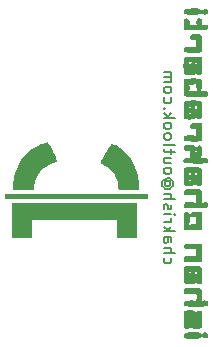
<source format=gbo>
%TF.GenerationSoftware,KiCad,Pcbnew,9.0.6*%
%TF.CreationDate,2025-12-14T17:15:15-06:00*%
%TF.ProjectId,PCB,5043422e-6b69-4636-9164-5f7063625858,rev?*%
%TF.SameCoordinates,Original*%
%TF.FileFunction,Legend,Bot*%
%TF.FilePolarity,Positive*%
%FSLAX46Y46*%
G04 Gerber Fmt 4.6, Leading zero omitted, Abs format (unit mm)*
G04 Created by KiCad (PCBNEW 9.0.6) date 2025-12-14 17:15:15*
%MOMM*%
%LPD*%
G01*
G04 APERTURE LIST*
%ADD10C,0.200000*%
%ADD11C,0.000000*%
G04 APERTURE END LIST*
D10*
X131610400Y-102941755D02*
X131562780Y-103036993D01*
X131562780Y-103036993D02*
X131562780Y-103227469D01*
X131562780Y-103227469D02*
X131610400Y-103322707D01*
X131610400Y-103322707D02*
X131658019Y-103370326D01*
X131658019Y-103370326D02*
X131753257Y-103417945D01*
X131753257Y-103417945D02*
X132038971Y-103417945D01*
X132038971Y-103417945D02*
X132134209Y-103370326D01*
X132134209Y-103370326D02*
X132181828Y-103322707D01*
X132181828Y-103322707D02*
X132229447Y-103227469D01*
X132229447Y-103227469D02*
X132229447Y-103036993D01*
X132229447Y-103036993D02*
X132181828Y-102941755D01*
X131562780Y-102513183D02*
X132562780Y-102513183D01*
X131562780Y-102084612D02*
X132086590Y-102084612D01*
X132086590Y-102084612D02*
X132181828Y-102132231D01*
X132181828Y-102132231D02*
X132229447Y-102227469D01*
X132229447Y-102227469D02*
X132229447Y-102370326D01*
X132229447Y-102370326D02*
X132181828Y-102465564D01*
X132181828Y-102465564D02*
X132134209Y-102513183D01*
X131562780Y-101179850D02*
X132086590Y-101179850D01*
X132086590Y-101179850D02*
X132181828Y-101227469D01*
X132181828Y-101227469D02*
X132229447Y-101322707D01*
X132229447Y-101322707D02*
X132229447Y-101513183D01*
X132229447Y-101513183D02*
X132181828Y-101608421D01*
X131610400Y-101179850D02*
X131562780Y-101275088D01*
X131562780Y-101275088D02*
X131562780Y-101513183D01*
X131562780Y-101513183D02*
X131610400Y-101608421D01*
X131610400Y-101608421D02*
X131705638Y-101656040D01*
X131705638Y-101656040D02*
X131800876Y-101656040D01*
X131800876Y-101656040D02*
X131896114Y-101608421D01*
X131896114Y-101608421D02*
X131943733Y-101513183D01*
X131943733Y-101513183D02*
X131943733Y-101275088D01*
X131943733Y-101275088D02*
X131991352Y-101179850D01*
X131562780Y-100703659D02*
X132562780Y-100703659D01*
X131943733Y-100608421D02*
X131562780Y-100322707D01*
X132229447Y-100322707D02*
X131848495Y-100703659D01*
X131562780Y-99894135D02*
X132229447Y-99894135D01*
X132038971Y-99894135D02*
X132134209Y-99846516D01*
X132134209Y-99846516D02*
X132181828Y-99798897D01*
X132181828Y-99798897D02*
X132229447Y-99703659D01*
X132229447Y-99703659D02*
X132229447Y-99608421D01*
X131562780Y-99275087D02*
X132229447Y-99275087D01*
X132562780Y-99275087D02*
X132515161Y-99322706D01*
X132515161Y-99322706D02*
X132467542Y-99275087D01*
X132467542Y-99275087D02*
X132515161Y-99227468D01*
X132515161Y-99227468D02*
X132562780Y-99275087D01*
X132562780Y-99275087D02*
X132467542Y-99275087D01*
X131610400Y-98846516D02*
X131562780Y-98751278D01*
X131562780Y-98751278D02*
X131562780Y-98560802D01*
X131562780Y-98560802D02*
X131610400Y-98465564D01*
X131610400Y-98465564D02*
X131705638Y-98417945D01*
X131705638Y-98417945D02*
X131753257Y-98417945D01*
X131753257Y-98417945D02*
X131848495Y-98465564D01*
X131848495Y-98465564D02*
X131896114Y-98560802D01*
X131896114Y-98560802D02*
X131896114Y-98703659D01*
X131896114Y-98703659D02*
X131943733Y-98798897D01*
X131943733Y-98798897D02*
X132038971Y-98846516D01*
X132038971Y-98846516D02*
X132086590Y-98846516D01*
X132086590Y-98846516D02*
X132181828Y-98798897D01*
X132181828Y-98798897D02*
X132229447Y-98703659D01*
X132229447Y-98703659D02*
X132229447Y-98560802D01*
X132229447Y-98560802D02*
X132181828Y-98465564D01*
X131562780Y-97989373D02*
X132562780Y-97989373D01*
X131562780Y-97560802D02*
X132086590Y-97560802D01*
X132086590Y-97560802D02*
X132181828Y-97608421D01*
X132181828Y-97608421D02*
X132229447Y-97703659D01*
X132229447Y-97703659D02*
X132229447Y-97846516D01*
X132229447Y-97846516D02*
X132181828Y-97941754D01*
X132181828Y-97941754D02*
X132134209Y-97989373D01*
X132038971Y-96465564D02*
X132086590Y-96513183D01*
X132086590Y-96513183D02*
X132134209Y-96608421D01*
X132134209Y-96608421D02*
X132134209Y-96703659D01*
X132134209Y-96703659D02*
X132086590Y-96798897D01*
X132086590Y-96798897D02*
X132038971Y-96846516D01*
X132038971Y-96846516D02*
X131943733Y-96894135D01*
X131943733Y-96894135D02*
X131848495Y-96894135D01*
X131848495Y-96894135D02*
X131753257Y-96846516D01*
X131753257Y-96846516D02*
X131705638Y-96798897D01*
X131705638Y-96798897D02*
X131658019Y-96703659D01*
X131658019Y-96703659D02*
X131658019Y-96608421D01*
X131658019Y-96608421D02*
X131705638Y-96513183D01*
X131705638Y-96513183D02*
X131753257Y-96465564D01*
X132134209Y-96465564D02*
X131753257Y-96465564D01*
X131753257Y-96465564D02*
X131705638Y-96417945D01*
X131705638Y-96417945D02*
X131705638Y-96370326D01*
X131705638Y-96370326D02*
X131753257Y-96275087D01*
X131753257Y-96275087D02*
X131848495Y-96227468D01*
X131848495Y-96227468D02*
X132086590Y-96227468D01*
X132086590Y-96227468D02*
X132229447Y-96322707D01*
X132229447Y-96322707D02*
X132324685Y-96465564D01*
X132324685Y-96465564D02*
X132372304Y-96656040D01*
X132372304Y-96656040D02*
X132324685Y-96846516D01*
X132324685Y-96846516D02*
X132229447Y-96989373D01*
X132229447Y-96989373D02*
X132086590Y-97084611D01*
X132086590Y-97084611D02*
X131896114Y-97132230D01*
X131896114Y-97132230D02*
X131705638Y-97084611D01*
X131705638Y-97084611D02*
X131562780Y-96989373D01*
X131562780Y-96989373D02*
X131467542Y-96846516D01*
X131467542Y-96846516D02*
X131419923Y-96656040D01*
X131419923Y-96656040D02*
X131467542Y-96465564D01*
X131467542Y-96465564D02*
X131562780Y-96322707D01*
X131562780Y-95656040D02*
X131610400Y-95751278D01*
X131610400Y-95751278D02*
X131658019Y-95798897D01*
X131658019Y-95798897D02*
X131753257Y-95846516D01*
X131753257Y-95846516D02*
X132038971Y-95846516D01*
X132038971Y-95846516D02*
X132134209Y-95798897D01*
X132134209Y-95798897D02*
X132181828Y-95751278D01*
X132181828Y-95751278D02*
X132229447Y-95656040D01*
X132229447Y-95656040D02*
X132229447Y-95513183D01*
X132229447Y-95513183D02*
X132181828Y-95417945D01*
X132181828Y-95417945D02*
X132134209Y-95370326D01*
X132134209Y-95370326D02*
X132038971Y-95322707D01*
X132038971Y-95322707D02*
X131753257Y-95322707D01*
X131753257Y-95322707D02*
X131658019Y-95370326D01*
X131658019Y-95370326D02*
X131610400Y-95417945D01*
X131610400Y-95417945D02*
X131562780Y-95513183D01*
X131562780Y-95513183D02*
X131562780Y-95656040D01*
X132229447Y-94465564D02*
X131562780Y-94465564D01*
X132229447Y-94894135D02*
X131705638Y-94894135D01*
X131705638Y-94894135D02*
X131610400Y-94846516D01*
X131610400Y-94846516D02*
X131562780Y-94751278D01*
X131562780Y-94751278D02*
X131562780Y-94608421D01*
X131562780Y-94608421D02*
X131610400Y-94513183D01*
X131610400Y-94513183D02*
X131658019Y-94465564D01*
X132229447Y-94132230D02*
X132229447Y-93751278D01*
X132562780Y-93989373D02*
X131705638Y-93989373D01*
X131705638Y-93989373D02*
X131610400Y-93941754D01*
X131610400Y-93941754D02*
X131562780Y-93846516D01*
X131562780Y-93846516D02*
X131562780Y-93751278D01*
X131562780Y-93275087D02*
X131610400Y-93370325D01*
X131610400Y-93370325D02*
X131705638Y-93417944D01*
X131705638Y-93417944D02*
X132562780Y-93417944D01*
X131562780Y-92751277D02*
X131610400Y-92846515D01*
X131610400Y-92846515D02*
X131658019Y-92894134D01*
X131658019Y-92894134D02*
X131753257Y-92941753D01*
X131753257Y-92941753D02*
X132038971Y-92941753D01*
X132038971Y-92941753D02*
X132134209Y-92894134D01*
X132134209Y-92894134D02*
X132181828Y-92846515D01*
X132181828Y-92846515D02*
X132229447Y-92751277D01*
X132229447Y-92751277D02*
X132229447Y-92608420D01*
X132229447Y-92608420D02*
X132181828Y-92513182D01*
X132181828Y-92513182D02*
X132134209Y-92465563D01*
X132134209Y-92465563D02*
X132038971Y-92417944D01*
X132038971Y-92417944D02*
X131753257Y-92417944D01*
X131753257Y-92417944D02*
X131658019Y-92465563D01*
X131658019Y-92465563D02*
X131610400Y-92513182D01*
X131610400Y-92513182D02*
X131562780Y-92608420D01*
X131562780Y-92608420D02*
X131562780Y-92751277D01*
X131562780Y-91846515D02*
X131610400Y-91941753D01*
X131610400Y-91941753D02*
X131658019Y-91989372D01*
X131658019Y-91989372D02*
X131753257Y-92036991D01*
X131753257Y-92036991D02*
X132038971Y-92036991D01*
X132038971Y-92036991D02*
X132134209Y-91989372D01*
X132134209Y-91989372D02*
X132181828Y-91941753D01*
X132181828Y-91941753D02*
X132229447Y-91846515D01*
X132229447Y-91846515D02*
X132229447Y-91703658D01*
X132229447Y-91703658D02*
X132181828Y-91608420D01*
X132181828Y-91608420D02*
X132134209Y-91560801D01*
X132134209Y-91560801D02*
X132038971Y-91513182D01*
X132038971Y-91513182D02*
X131753257Y-91513182D01*
X131753257Y-91513182D02*
X131658019Y-91560801D01*
X131658019Y-91560801D02*
X131610400Y-91608420D01*
X131610400Y-91608420D02*
X131562780Y-91703658D01*
X131562780Y-91703658D02*
X131562780Y-91846515D01*
X131562780Y-91084610D02*
X132562780Y-91084610D01*
X131943733Y-90989372D02*
X131562780Y-90703658D01*
X132229447Y-90703658D02*
X131848495Y-91084610D01*
X131658019Y-90275086D02*
X131610400Y-90227467D01*
X131610400Y-90227467D02*
X131562780Y-90275086D01*
X131562780Y-90275086D02*
X131610400Y-90322705D01*
X131610400Y-90322705D02*
X131658019Y-90275086D01*
X131658019Y-90275086D02*
X131562780Y-90275086D01*
X131610400Y-89370325D02*
X131562780Y-89465563D01*
X131562780Y-89465563D02*
X131562780Y-89656039D01*
X131562780Y-89656039D02*
X131610400Y-89751277D01*
X131610400Y-89751277D02*
X131658019Y-89798896D01*
X131658019Y-89798896D02*
X131753257Y-89846515D01*
X131753257Y-89846515D02*
X132038971Y-89846515D01*
X132038971Y-89846515D02*
X132134209Y-89798896D01*
X132134209Y-89798896D02*
X132181828Y-89751277D01*
X132181828Y-89751277D02*
X132229447Y-89656039D01*
X132229447Y-89656039D02*
X132229447Y-89465563D01*
X132229447Y-89465563D02*
X132181828Y-89370325D01*
X131562780Y-88798896D02*
X131610400Y-88894134D01*
X131610400Y-88894134D02*
X131658019Y-88941753D01*
X131658019Y-88941753D02*
X131753257Y-88989372D01*
X131753257Y-88989372D02*
X132038971Y-88989372D01*
X132038971Y-88989372D02*
X132134209Y-88941753D01*
X132134209Y-88941753D02*
X132181828Y-88894134D01*
X132181828Y-88894134D02*
X132229447Y-88798896D01*
X132229447Y-88798896D02*
X132229447Y-88656039D01*
X132229447Y-88656039D02*
X132181828Y-88560801D01*
X132181828Y-88560801D02*
X132134209Y-88513182D01*
X132134209Y-88513182D02*
X132038971Y-88465563D01*
X132038971Y-88465563D02*
X131753257Y-88465563D01*
X131753257Y-88465563D02*
X131658019Y-88513182D01*
X131658019Y-88513182D02*
X131610400Y-88560801D01*
X131610400Y-88560801D02*
X131562780Y-88656039D01*
X131562780Y-88656039D02*
X131562780Y-88798896D01*
X131562780Y-88036991D02*
X132229447Y-88036991D01*
X132134209Y-88036991D02*
X132181828Y-87989372D01*
X132181828Y-87989372D02*
X132229447Y-87894134D01*
X132229447Y-87894134D02*
X132229447Y-87751277D01*
X132229447Y-87751277D02*
X132181828Y-87656039D01*
X132181828Y-87656039D02*
X132086590Y-87608420D01*
X132086590Y-87608420D02*
X131562780Y-87608420D01*
X132086590Y-87608420D02*
X132181828Y-87560801D01*
X132181828Y-87560801D02*
X132229447Y-87465563D01*
X132229447Y-87465563D02*
X132229447Y-87322706D01*
X132229447Y-87322706D02*
X132181828Y-87227467D01*
X132181828Y-87227467D02*
X132086590Y-87179848D01*
X132086590Y-87179848D02*
X131562780Y-87179848D01*
D11*
%TO.C,G\u002A\u002A\u002A*%
G36*
X134475252Y-81823659D02*
G01*
X134598242Y-81841081D01*
X134680185Y-81876149D01*
X134747178Y-81932507D01*
X134752070Y-81937355D01*
X134837352Y-82004908D01*
X134872586Y-81999980D01*
X134897671Y-81951222D01*
X134992680Y-81877773D01*
X135027814Y-81862127D01*
X135180972Y-81856593D01*
X135303096Y-81936202D01*
X135352964Y-82078042D01*
X135352897Y-82085008D01*
X135306679Y-82244541D01*
X135198359Y-82339081D01*
X135062589Y-82352771D01*
X134934022Y-82269754D01*
X134917060Y-82250024D01*
X134851725Y-82211888D01*
X134772262Y-82269754D01*
X134737522Y-82290332D01*
X134592024Y-82325410D01*
X134374538Y-82349193D01*
X134116953Y-82361321D01*
X133851155Y-82361435D01*
X133609033Y-82349175D01*
X133422474Y-82324181D01*
X133323366Y-82286094D01*
X133302464Y-82262125D01*
X133254998Y-82109826D01*
X133309995Y-81937820D01*
X133364424Y-81895544D01*
X133485194Y-81863533D01*
X133688990Y-81841821D01*
X133994306Y-81827424D01*
X134001736Y-81827184D01*
X134285115Y-81820241D01*
X134475252Y-81823659D01*
G37*
G36*
X134328837Y-109261415D02*
G01*
X134525100Y-109270312D01*
X134647482Y-109289795D01*
X134719340Y-109323631D01*
X134764029Y-109375589D01*
X134805976Y-109438892D01*
X134852371Y-109456764D01*
X134918061Y-109375589D01*
X134937560Y-109350376D01*
X135067517Y-109267240D01*
X135203085Y-109279710D01*
X135309741Y-109374779D01*
X135352964Y-109539443D01*
X135350070Y-109576227D01*
X135280015Y-109705837D01*
X135147145Y-109767970D01*
X134992680Y-109739711D01*
X134919438Y-109688412D01*
X134872586Y-109617504D01*
X134872584Y-109617171D01*
X134837078Y-109611985D01*
X134752491Y-109679664D01*
X134712369Y-109715180D01*
X134629975Y-109758892D01*
X134507602Y-109784577D01*
X134318573Y-109796709D01*
X134036213Y-109799759D01*
X133759242Y-109795870D01*
X133551900Y-109780898D01*
X133421495Y-109751759D01*
X133345669Y-109705399D01*
X133291601Y-109632475D01*
X133251309Y-109507243D01*
X133251857Y-109484695D01*
X133276395Y-109388854D01*
X133350194Y-109323913D01*
X133490880Y-109284358D01*
X133716081Y-109264670D01*
X134043424Y-109259333D01*
X134328837Y-109261415D01*
G37*
G36*
X134782515Y-91575409D02*
G01*
X134799521Y-92291200D01*
X134800441Y-92331640D01*
X134803366Y-92651530D01*
X134794981Y-92868663D01*
X134774084Y-92998346D01*
X134739473Y-93055883D01*
X134700163Y-93070613D01*
X134551292Y-93092201D01*
X134334238Y-93104089D01*
X134080349Y-93106749D01*
X133820970Y-93100654D01*
X133587448Y-93086276D01*
X133411131Y-93064087D01*
X133323366Y-93034558D01*
X133303435Y-93011812D01*
X133254837Y-92860009D01*
X133307504Y-92690460D01*
X133332056Y-92668590D01*
X133457693Y-92622666D01*
X133646603Y-92587779D01*
X133859020Y-92568295D01*
X134055179Y-92568579D01*
X134195315Y-92592997D01*
X134211832Y-92599332D01*
X134291268Y-92623135D01*
X134331676Y-92599421D01*
X134346247Y-92503997D01*
X134348173Y-92312671D01*
X134348173Y-91999106D01*
X134102233Y-92016864D01*
X134078314Y-92018518D01*
X133929598Y-92018095D01*
X133855693Y-91978011D01*
X133817308Y-91879294D01*
X133806017Y-91825568D01*
X133813551Y-91686860D01*
X133899396Y-91601040D01*
X134076185Y-91560581D01*
X134356550Y-91557956D01*
X134782515Y-91575409D01*
G37*
G36*
X134799521Y-102499238D02*
G01*
X134800441Y-102539678D01*
X134803366Y-102859568D01*
X134794981Y-103076701D01*
X134774084Y-103206384D01*
X134739473Y-103263921D01*
X134700163Y-103278651D01*
X134551292Y-103300238D01*
X134334238Y-103312127D01*
X134080349Y-103314787D01*
X133820970Y-103308692D01*
X133587448Y-103294314D01*
X133411131Y-103272124D01*
X133323366Y-103242596D01*
X133303435Y-103219850D01*
X133254837Y-103068047D01*
X133307504Y-102898498D01*
X133332056Y-102876628D01*
X133457693Y-102830704D01*
X133646603Y-102795817D01*
X133859020Y-102776333D01*
X134055179Y-102776617D01*
X134195315Y-102801035D01*
X134207467Y-102805698D01*
X134289382Y-102831064D01*
X134331091Y-102809300D01*
X134346164Y-102716084D01*
X134348173Y-102527096D01*
X134348173Y-102219918D01*
X133851509Y-102211848D01*
X133627836Y-102204912D01*
X133450238Y-102186790D01*
X133345602Y-102153096D01*
X133288373Y-102098695D01*
X133254002Y-102017345D01*
X133288184Y-101888529D01*
X133289216Y-101886910D01*
X133333624Y-101841964D01*
X133412315Y-101812032D01*
X133546730Y-101794226D01*
X133758309Y-101785660D01*
X134068492Y-101783447D01*
X134782515Y-101783447D01*
X134799521Y-102499238D01*
G37*
G36*
X134348133Y-83979432D02*
G01*
X134536527Y-83986107D01*
X134665646Y-84018283D01*
X134746648Y-84094869D01*
X134790693Y-84234772D01*
X134808937Y-84456903D01*
X134812538Y-84780169D01*
X134812169Y-84872125D01*
X134801961Y-85205493D01*
X134777972Y-85425301D01*
X134740482Y-85528648D01*
X134706698Y-85547000D01*
X134565067Y-85576024D01*
X134351584Y-85594500D01*
X134098162Y-85602426D01*
X133836716Y-85599805D01*
X133599158Y-85586634D01*
X133417404Y-85562915D01*
X133323366Y-85528648D01*
X133315778Y-85520644D01*
X133255892Y-85382298D01*
X133275161Y-85230737D01*
X133367456Y-85122439D01*
X133398973Y-85108834D01*
X133557076Y-85076059D01*
X133764206Y-85062486D01*
X133978398Y-85067652D01*
X134157685Y-85091090D01*
X134260103Y-85132336D01*
X134289859Y-85161731D01*
X134319379Y-85176890D01*
X134334560Y-85136936D01*
X134340963Y-85020216D01*
X134344149Y-84805078D01*
X134348132Y-84489830D01*
X134156980Y-84509684D01*
X133974799Y-84498540D01*
X133839061Y-84407985D01*
X133791734Y-84240802D01*
X133794088Y-84208714D01*
X133871089Y-84082455D01*
X134054242Y-84005465D01*
X134340017Y-83979428D01*
X134348133Y-83979432D01*
G37*
G36*
X133631999Y-82689152D02*
G01*
X133740868Y-82804677D01*
X133776976Y-82919333D01*
X133777250Y-83029854D01*
X133751660Y-83111536D01*
X133765980Y-83178823D01*
X133856936Y-83208301D01*
X134046120Y-83214826D01*
X134360552Y-83214826D01*
X134342653Y-83007079D01*
X134340271Y-82962415D01*
X134376734Y-82779045D01*
X134488375Y-82683189D01*
X134666069Y-82683961D01*
X134687695Y-82689635D01*
X134774425Y-82730478D01*
X134806836Y-82812549D01*
X134803224Y-82974622D01*
X134785053Y-83226299D01*
X135036729Y-83208127D01*
X135070745Y-83205814D01*
X135216937Y-83206937D01*
X135289501Y-83247067D01*
X135327160Y-83344368D01*
X135329634Y-83354269D01*
X135353366Y-83471348D01*
X135347481Y-83556297D01*
X135296900Y-83614261D01*
X135186546Y-83650387D01*
X135001339Y-83669820D01*
X134726201Y-83677706D01*
X134346054Y-83679191D01*
X134270876Y-83679091D01*
X133873058Y-83673905D01*
X133587112Y-83660506D01*
X133406171Y-83638411D01*
X133323366Y-83607135D01*
X133300668Y-83569174D01*
X133267675Y-83423760D01*
X133253449Y-83223918D01*
X133257988Y-83012910D01*
X133281294Y-82833998D01*
X133323366Y-82730444D01*
X133333997Y-82720415D01*
X133479736Y-82658107D01*
X133631999Y-82689152D01*
G37*
G36*
X134358519Y-97133411D02*
G01*
X134577408Y-97154375D01*
X134712790Y-97210017D01*
X134784081Y-97316768D01*
X134810697Y-97491057D01*
X134812054Y-97749315D01*
X134808962Y-97949942D01*
X134807375Y-98155614D01*
X134811583Y-98272886D01*
X134824147Y-98320598D01*
X134847631Y-98317586D01*
X134884595Y-98282690D01*
X134944953Y-98243152D01*
X135082751Y-98210633D01*
X135166883Y-98221618D01*
X135302565Y-98313913D01*
X135352964Y-98480846D01*
X135350635Y-98535797D01*
X135327044Y-98618980D01*
X135264653Y-98677670D01*
X135147216Y-98716045D01*
X134958483Y-98738283D01*
X134682206Y-98748561D01*
X134302136Y-98751059D01*
X134297026Y-98751058D01*
X133889577Y-98746716D01*
X133595636Y-98733564D01*
X133408975Y-98711146D01*
X133323366Y-98679002D01*
X133315778Y-98670999D01*
X133255892Y-98532652D01*
X133275161Y-98381092D01*
X133367456Y-98272793D01*
X133398973Y-98259189D01*
X133557076Y-98226413D01*
X133764206Y-98212841D01*
X133978398Y-98218006D01*
X134157685Y-98241445D01*
X134260103Y-98282690D01*
X134288488Y-98310790D01*
X134318762Y-98327463D01*
X134334343Y-98289271D01*
X134340916Y-98174478D01*
X134344169Y-97961350D01*
X134348173Y-97652019D01*
X133870081Y-97664657D01*
X133704537Y-97666031D01*
X133463721Y-97646456D01*
X133320481Y-97591582D01*
X133261628Y-97494401D01*
X133273970Y-97347903D01*
X133313751Y-97257854D01*
X133395009Y-97194666D01*
X133536781Y-97155942D01*
X133758827Y-97136361D01*
X134080907Y-97130602D01*
X134358519Y-97133411D01*
G37*
G36*
X133628169Y-99071773D02*
G01*
X133710967Y-99143959D01*
X133726411Y-99179456D01*
X133768854Y-99203656D01*
X133852127Y-99141054D01*
X133857399Y-99136419D01*
X133958168Y-99084133D01*
X134119445Y-99061237D01*
X134370122Y-99063402D01*
X134782515Y-99081319D01*
X134799521Y-99797110D01*
X134800441Y-99837550D01*
X134803366Y-100157440D01*
X134794981Y-100374574D01*
X134774084Y-100504256D01*
X134739473Y-100561793D01*
X134700163Y-100576523D01*
X134551292Y-100598111D01*
X134334238Y-100609999D01*
X134080349Y-100612659D01*
X133820970Y-100606565D01*
X133765265Y-100603135D01*
X133587448Y-100592186D01*
X133411131Y-100569997D01*
X133323366Y-100540468D01*
X133316102Y-100531353D01*
X133280505Y-100408744D01*
X133258708Y-100173633D01*
X133257794Y-100131433D01*
X133694884Y-100131433D01*
X133765265Y-100150536D01*
X133906453Y-100115795D01*
X134050119Y-100084546D01*
X134188199Y-100096176D01*
X134208401Y-100103931D01*
X134290209Y-100128609D01*
X134331592Y-100105114D01*
X134346323Y-100009473D01*
X134348173Y-99817714D01*
X134348173Y-99503282D01*
X134121812Y-99522784D01*
X133945191Y-99516572D01*
X133844513Y-99461921D01*
X133824734Y-99448126D01*
X133801381Y-99514360D01*
X133792654Y-99684794D01*
X133788690Y-99791501D01*
X133766217Y-99957299D01*
X133730686Y-100049081D01*
X133715103Y-100065998D01*
X133694884Y-100131433D01*
X133257794Y-100131433D01*
X133251309Y-99831910D01*
X133251519Y-99767540D01*
X133261369Y-99443250D01*
X133285518Y-99226557D01*
X133323366Y-99123352D01*
X133358512Y-99095748D01*
X133492318Y-99054726D01*
X133628169Y-99071773D01*
G37*
G36*
X134019113Y-107408424D02*
G01*
X134175252Y-107439059D01*
X134249806Y-107486395D01*
X134259731Y-107510242D01*
X134300187Y-107542902D01*
X134375565Y-107483135D01*
X134470983Y-107428672D01*
X134624934Y-107409619D01*
X134782515Y-107427891D01*
X134799521Y-108143682D01*
X134800441Y-108184122D01*
X134803366Y-108504012D01*
X134794981Y-108721146D01*
X134774084Y-108850828D01*
X134739473Y-108908366D01*
X134700246Y-108926331D01*
X134543272Y-108955176D01*
X134337658Y-108961457D01*
X134286115Y-108957997D01*
X134125369Y-108947205D01*
X133948372Y-108914453D01*
X133848633Y-108865232D01*
X133825642Y-108838350D01*
X133768500Y-108802303D01*
X133745690Y-108830841D01*
X133718202Y-108865232D01*
X133710209Y-108877737D01*
X133599752Y-108946165D01*
X133451284Y-108950344D01*
X133323366Y-108887040D01*
X133316102Y-108877925D01*
X133280505Y-108755316D01*
X133258708Y-108520205D01*
X133256813Y-108432674D01*
X134237234Y-108432674D01*
X134266984Y-108505572D01*
X134286115Y-108513597D01*
X134359014Y-108483847D01*
X134367039Y-108464716D01*
X134337289Y-108391817D01*
X134318158Y-108383792D01*
X134245259Y-108413543D01*
X134237234Y-108432674D01*
X133256813Y-108432674D01*
X133251309Y-108178482D01*
X133251519Y-108114113D01*
X133258258Y-107892248D01*
X133696808Y-107892248D01*
X133726559Y-107965147D01*
X133745690Y-107973172D01*
X133818588Y-107943422D01*
X133826613Y-107924291D01*
X133796863Y-107851392D01*
X133777732Y-107843367D01*
X133704833Y-107873117D01*
X133696808Y-107892248D01*
X133258258Y-107892248D01*
X133261369Y-107789822D01*
X133285518Y-107573129D01*
X133323366Y-107469924D01*
X133327401Y-107466199D01*
X133435533Y-107423377D01*
X133611819Y-107399917D01*
X133818824Y-107395155D01*
X134019113Y-107408424D01*
G37*
G36*
X134245477Y-105478950D02*
G01*
X134479840Y-105495714D01*
X134658067Y-105523398D01*
X134748382Y-105561474D01*
X134782309Y-105653775D01*
X134804485Y-105853063D01*
X134807291Y-106133440D01*
X134806035Y-106201357D01*
X134807635Y-106421748D01*
X134817511Y-106584645D01*
X134834071Y-106658801D01*
X134849026Y-106668228D01*
X134872586Y-106627261D01*
X134872770Y-106623453D01*
X134927349Y-106574340D01*
X135045868Y-106559096D01*
X135179873Y-106577483D01*
X135280907Y-106629262D01*
X135288495Y-106637266D01*
X135348381Y-106775612D01*
X135329112Y-106927173D01*
X135236817Y-107035471D01*
X135220873Y-107041746D01*
X135092528Y-107063726D01*
X134876102Y-107081464D01*
X134596931Y-107093315D01*
X134280349Y-107097631D01*
X134260792Y-107097626D01*
X133916547Y-107094985D01*
X133672152Y-107086171D01*
X133508367Y-107069242D01*
X133405953Y-107042256D01*
X133345669Y-107003271D01*
X133291794Y-106929849D01*
X133251309Y-106800458D01*
X133251684Y-106783978D01*
X133288157Y-106670601D01*
X133395226Y-106599826D01*
X133588514Y-106565774D01*
X133883649Y-106562568D01*
X134343835Y-106576004D01*
X134354314Y-106261441D01*
X134354839Y-106141238D01*
X134342742Y-105989517D01*
X134318453Y-105918237D01*
X134303373Y-105912395D01*
X134272113Y-105953189D01*
X134254024Y-105974431D01*
X134147794Y-106001414D01*
X133976137Y-106015213D01*
X133773461Y-106016137D01*
X133574170Y-106004492D01*
X133412669Y-105980585D01*
X133323366Y-105944723D01*
X133315778Y-105936720D01*
X133255892Y-105798373D01*
X133275161Y-105646813D01*
X133367456Y-105538514D01*
X133382191Y-105531661D01*
X133523335Y-105499461D01*
X133735448Y-105480295D01*
X133986754Y-105473634D01*
X134245477Y-105478950D01*
G37*
G36*
X134100565Y-85913926D02*
G01*
X134782515Y-85930964D01*
X134799362Y-86664939D01*
X134816209Y-87398913D01*
X134654124Y-87439594D01*
X134652367Y-87440033D01*
X134503941Y-87444313D01*
X134388685Y-87352637D01*
X134322347Y-87275134D01*
X134318326Y-87274056D01*
X134281860Y-87264279D01*
X134254319Y-87343585D01*
X134227216Y-87402424D01*
X134161610Y-87440549D01*
X134031581Y-87457998D01*
X133809366Y-87462170D01*
X133745690Y-87459846D01*
X133609787Y-87454885D01*
X133422578Y-87429406D01*
X133323366Y-87390113D01*
X133301964Y-87350646D01*
X133271686Y-87203487D01*
X133253500Y-86986962D01*
X133252221Y-86935747D01*
X133696808Y-86935747D01*
X133726559Y-87008646D01*
X133745690Y-87016671D01*
X133818588Y-86986920D01*
X133826613Y-86967789D01*
X133800753Y-86904423D01*
X133796863Y-86894891D01*
X133777732Y-86886866D01*
X133704833Y-86916616D01*
X133696808Y-86935747D01*
X133252221Y-86935747D01*
X133247149Y-86732569D01*
X133252376Y-86471809D01*
X133256885Y-86407609D01*
X133696397Y-86407609D01*
X133747360Y-86488588D01*
X133800753Y-86515466D01*
X133893462Y-86471494D01*
X133896003Y-86468710D01*
X133918983Y-86418624D01*
X134195438Y-86418624D01*
X134239838Y-86518205D01*
X134274456Y-86563669D01*
X134318326Y-86587052D01*
X134349177Y-86502872D01*
X134359716Y-86426568D01*
X134338668Y-86355317D01*
X134319206Y-86348748D01*
X134229329Y-86370650D01*
X134195438Y-86418624D01*
X133918983Y-86418624D01*
X133926380Y-86402503D01*
X133848486Y-86363059D01*
X133743408Y-86358367D01*
X133696397Y-86407609D01*
X133256885Y-86407609D01*
X133268925Y-86236180D01*
X133296540Y-86057181D01*
X133334963Y-85966314D01*
X133347979Y-85957896D01*
X133482948Y-85926518D01*
X133734473Y-85911816D01*
X134100565Y-85913926D01*
G37*
G36*
X134241670Y-103615956D02*
G01*
X134477299Y-103632505D01*
X134656298Y-103660119D01*
X134747165Y-103698542D01*
X134755583Y-103711559D01*
X134786961Y-103846527D01*
X134801663Y-104098053D01*
X134799553Y-104464145D01*
X134782515Y-105146094D01*
X134605334Y-105166258D01*
X134480915Y-105162160D01*
X134357235Y-105089434D01*
X134339716Y-105066063D01*
X134310976Y-105043064D01*
X134287951Y-105024638D01*
X134251075Y-105084282D01*
X134249677Y-105087427D01*
X134168999Y-105135402D01*
X134008874Y-105166362D01*
X133806774Y-105179507D01*
X133745690Y-105177890D01*
X133600174Y-105174038D01*
X133426546Y-105149155D01*
X133323366Y-105104061D01*
X133316102Y-105094947D01*
X133280505Y-104972337D01*
X133258708Y-104737226D01*
X133256813Y-104649695D01*
X133696808Y-104649695D01*
X133726559Y-104722594D01*
X133745690Y-104730619D01*
X133818588Y-104700868D01*
X133826613Y-104681737D01*
X133808065Y-104636288D01*
X133796863Y-104608839D01*
X133777732Y-104600814D01*
X133704833Y-104630564D01*
X133696808Y-104649695D01*
X133256813Y-104649695D01*
X133251309Y-104395503D01*
X133251519Y-104331134D01*
X133257728Y-104126716D01*
X133702275Y-104126716D01*
X133757026Y-104211474D01*
X133808065Y-104241691D01*
X133875798Y-104225081D01*
X133881194Y-104183912D01*
X133874019Y-104172805D01*
X134207860Y-104172805D01*
X134241985Y-104257042D01*
X134244769Y-104259583D01*
X134310976Y-104289960D01*
X134350420Y-104212066D01*
X134359262Y-104140184D01*
X134333327Y-104065964D01*
X134302854Y-104055007D01*
X134236173Y-104088677D01*
X134207860Y-104172805D01*
X133874019Y-104172805D01*
X133826443Y-104099155D01*
X133775404Y-104068938D01*
X133707671Y-104085547D01*
X133702275Y-104126716D01*
X133257728Y-104126716D01*
X133261369Y-104006844D01*
X133285518Y-103790151D01*
X133323366Y-103686945D01*
X133362833Y-103665544D01*
X133509992Y-103635266D01*
X133726517Y-103617080D01*
X133980910Y-103610729D01*
X134241670Y-103615956D01*
G37*
G36*
X134233094Y-89626778D02*
G01*
X134468344Y-89639845D01*
X134648191Y-89662972D01*
X134740482Y-89695929D01*
X134750238Y-89709152D01*
X134784663Y-89839406D01*
X134805523Y-90085459D01*
X134812538Y-90444407D01*
X134812467Y-90522840D01*
X134809585Y-90794662D01*
X134799804Y-90974218D01*
X134779460Y-91084090D01*
X134744894Y-91146857D01*
X134692444Y-91185102D01*
X134640816Y-91203991D01*
X134502865Y-91202449D01*
X134383217Y-91149731D01*
X134332160Y-91062894D01*
X134332158Y-91062561D01*
X134304865Y-91058574D01*
X134296653Y-91057375D01*
X134212065Y-91125054D01*
X134170522Y-91156934D01*
X133997604Y-91220510D01*
X133791734Y-91246061D01*
X133774238Y-91248232D01*
X133548248Y-91236818D01*
X133367456Y-91182989D01*
X133355687Y-91176348D01*
X133308906Y-91134652D01*
X133278530Y-91061864D01*
X133261106Y-90935740D01*
X133253183Y-90734037D01*
X133252790Y-90671156D01*
X133731687Y-90671156D01*
X133739036Y-90715894D01*
X133791734Y-90764771D01*
X133805981Y-90763153D01*
X133851782Y-90708267D01*
X133849491Y-90691420D01*
X133811244Y-90640584D01*
X133791734Y-90614652D01*
X133760798Y-90609003D01*
X133731687Y-90671156D01*
X133252790Y-90671156D01*
X133251309Y-90434510D01*
X133251367Y-90364936D01*
X133253438Y-90160754D01*
X133731687Y-90160754D01*
X133746022Y-90210883D01*
X133811244Y-90258939D01*
X133876024Y-90233700D01*
X133880832Y-90224733D01*
X133877825Y-90204502D01*
X134188685Y-90204502D01*
X134237612Y-90280677D01*
X134304865Y-90312295D01*
X134357140Y-90245860D01*
X134370532Y-90186260D01*
X134349140Y-90099230D01*
X134312105Y-90087665D01*
X134229613Y-90134046D01*
X134188685Y-90204502D01*
X133877825Y-90204502D01*
X133868748Y-90143421D01*
X133781727Y-90104250D01*
X133771976Y-90105335D01*
X133731687Y-90160754D01*
X133253438Y-90160754D01*
X133254186Y-90086998D01*
X133263753Y-89902382D01*
X133283519Y-89788845D01*
X133316936Y-89724143D01*
X133367456Y-89686032D01*
X133381144Y-89679761D01*
X133516466Y-89650264D01*
X133725001Y-89631756D01*
X133974595Y-89624005D01*
X134233094Y-89626778D01*
G37*
G36*
X134233094Y-95271223D02*
G01*
X134468344Y-95284289D01*
X134648191Y-95307416D01*
X134740482Y-95340373D01*
X134750238Y-95353596D01*
X134784663Y-95483851D01*
X134805523Y-95729903D01*
X134812538Y-96088852D01*
X134812467Y-96167285D01*
X134809585Y-96439106D01*
X134799804Y-96618663D01*
X134779460Y-96728534D01*
X134744894Y-96791302D01*
X134692444Y-96829546D01*
X134640816Y-96848436D01*
X134502865Y-96846893D01*
X134383217Y-96794175D01*
X134332160Y-96707339D01*
X134332158Y-96707005D01*
X134304865Y-96703018D01*
X134296653Y-96701819D01*
X134212065Y-96769499D01*
X134170522Y-96801378D01*
X133997604Y-96864955D01*
X133791734Y-96890505D01*
X133774238Y-96892676D01*
X133548248Y-96881263D01*
X133367456Y-96827433D01*
X133355687Y-96820792D01*
X133308906Y-96779096D01*
X133278530Y-96706308D01*
X133261106Y-96580184D01*
X133253183Y-96378481D01*
X133252790Y-96315600D01*
X133731687Y-96315600D01*
X133739036Y-96360339D01*
X133791734Y-96409215D01*
X133805981Y-96407598D01*
X133851782Y-96352712D01*
X133849491Y-96335865D01*
X133811244Y-96285029D01*
X133791734Y-96259097D01*
X133760798Y-96253448D01*
X133731687Y-96315600D01*
X133252790Y-96315600D01*
X133251309Y-96078955D01*
X133251367Y-96009381D01*
X133253438Y-95805198D01*
X133731687Y-95805198D01*
X133746022Y-95855328D01*
X133811244Y-95903384D01*
X133876024Y-95878144D01*
X133880832Y-95869178D01*
X133877825Y-95848947D01*
X134188685Y-95848947D01*
X134237612Y-95925121D01*
X134304865Y-95956739D01*
X134357140Y-95890305D01*
X134370532Y-95830705D01*
X134349140Y-95743674D01*
X134312105Y-95732110D01*
X134229613Y-95778490D01*
X134188685Y-95848947D01*
X133877825Y-95848947D01*
X133868748Y-95787866D01*
X133781727Y-95748695D01*
X133771976Y-95749779D01*
X133731687Y-95805198D01*
X133253438Y-95805198D01*
X133254186Y-95731443D01*
X133263753Y-95546827D01*
X133283519Y-95433290D01*
X133316936Y-95368587D01*
X133367456Y-95330477D01*
X133381144Y-95324205D01*
X133516466Y-95294709D01*
X133725001Y-95276201D01*
X133974595Y-95268449D01*
X134233094Y-95271223D01*
G37*
G36*
X134227131Y-87763306D02*
G01*
X134464689Y-87776477D01*
X134646443Y-87800196D01*
X134740482Y-87834463D01*
X134773522Y-87907969D01*
X134801950Y-88080181D01*
X134812538Y-88311858D01*
X134811671Y-88412158D01*
X134799056Y-88605566D01*
X134766432Y-88718258D01*
X134707456Y-88778401D01*
X134693081Y-88787442D01*
X134678759Y-88818788D01*
X134759023Y-88835675D01*
X134946501Y-88841432D01*
X135107910Y-88844814D01*
X135233470Y-88862817D01*
X135296196Y-88908026D01*
X135328272Y-88993241D01*
X135330210Y-89000995D01*
X135353728Y-89117046D01*
X135347689Y-89201318D01*
X135297006Y-89258887D01*
X135186589Y-89294828D01*
X135001350Y-89314216D01*
X134726202Y-89322127D01*
X134346054Y-89323636D01*
X134270876Y-89323536D01*
X133884218Y-89318495D01*
X133873058Y-89318349D01*
X133587112Y-89304950D01*
X133406171Y-89282855D01*
X133323366Y-89251579D01*
X133316102Y-89242464D01*
X133280505Y-89119855D01*
X133258708Y-88884744D01*
X133257473Y-88827694D01*
X133691655Y-88827694D01*
X133743464Y-88854102D01*
X133884218Y-88861222D01*
X134129180Y-88852596D01*
X134235995Y-88846377D01*
X134399242Y-88829334D01*
X134459984Y-88805695D01*
X134430446Y-88772199D01*
X134428181Y-88770911D01*
X134350684Y-88673523D01*
X134333772Y-88492648D01*
X134339459Y-88330000D01*
X134333999Y-88219365D01*
X134309401Y-88192879D01*
X134260103Y-88230775D01*
X134197869Y-88269100D01*
X134055670Y-88299425D01*
X133910909Y-88290809D01*
X133821153Y-88241805D01*
X133804148Y-88222911D01*
X133722306Y-88218559D01*
X133696032Y-88245591D01*
X133726455Y-88321619D01*
X133768190Y-88399661D01*
X133791734Y-88543021D01*
X133777438Y-88657434D01*
X133730686Y-88760192D01*
X133713527Y-88778461D01*
X133691655Y-88827694D01*
X133257473Y-88827694D01*
X133251309Y-88543021D01*
X133251519Y-88478652D01*
X133261369Y-88154361D01*
X133285518Y-87937668D01*
X133323366Y-87834463D01*
X133357149Y-87816110D01*
X133498780Y-87787087D01*
X133712263Y-87768611D01*
X133965685Y-87760684D01*
X134227131Y-87763306D01*
G37*
G36*
X133962009Y-93412785D02*
G01*
X134146134Y-93439211D01*
X134243579Y-93491997D01*
X134272113Y-93576754D01*
X134273218Y-93600523D01*
X134298080Y-93621041D01*
X134365589Y-93540306D01*
X134455680Y-93450485D01*
X134601934Y-93410709D01*
X134740482Y-93478908D01*
X134773522Y-93552413D01*
X134801950Y-93724625D01*
X134812538Y-93956302D01*
X134811671Y-94056603D01*
X134799056Y-94250011D01*
X134766432Y-94362702D01*
X134707456Y-94422845D01*
X134693081Y-94431887D01*
X134678759Y-94463233D01*
X134759023Y-94480119D01*
X134946501Y-94485876D01*
X135107910Y-94489259D01*
X135233470Y-94507261D01*
X135296196Y-94552471D01*
X135328272Y-94637686D01*
X135330210Y-94645439D01*
X135353728Y-94761490D01*
X135347689Y-94845762D01*
X135297006Y-94903331D01*
X135186589Y-94939272D01*
X135001350Y-94958660D01*
X134726202Y-94966571D01*
X134346054Y-94968080D01*
X134286115Y-94968000D01*
X134270876Y-94967980D01*
X133873058Y-94962794D01*
X133587112Y-94949395D01*
X133406171Y-94927299D01*
X133323366Y-94896023D01*
X133289307Y-94856077D01*
X133246272Y-94719765D01*
X133298552Y-94598218D01*
X133428021Y-94516049D01*
X133616555Y-94497871D01*
X133807706Y-94517726D01*
X133806745Y-94441657D01*
X134237234Y-94441657D01*
X134266984Y-94514556D01*
X134286115Y-94522581D01*
X134359014Y-94492831D01*
X134367039Y-94473700D01*
X134337289Y-94400801D01*
X134318158Y-94392776D01*
X134286115Y-94405853D01*
X134245259Y-94422526D01*
X134237234Y-94441657D01*
X133806745Y-94441657D01*
X133803724Y-94202477D01*
X133801953Y-94082520D01*
X133798703Y-93926565D01*
X133797724Y-93901232D01*
X134237234Y-93901232D01*
X134266984Y-93974130D01*
X134286115Y-93982155D01*
X134359014Y-93952405D01*
X134367039Y-93933274D01*
X134337289Y-93860375D01*
X134318158Y-93852350D01*
X134245259Y-93882101D01*
X134237234Y-93901232D01*
X133797724Y-93901232D01*
X133795738Y-93849853D01*
X133776662Y-93842026D01*
X133702443Y-93886582D01*
X133652542Y-93917253D01*
X133501739Y-93931772D01*
X133359805Y-93865400D01*
X133275542Y-93735417D01*
X133262512Y-93607055D01*
X133321657Y-93491248D01*
X133475665Y-93426804D01*
X133734129Y-93406851D01*
X133962009Y-93412785D01*
G37*
G36*
X130217706Y-97757829D02*
G01*
X130217706Y-97966026D01*
X124180001Y-97966026D01*
X118142296Y-97966026D01*
X118142296Y-97757829D01*
X118142296Y-97549632D01*
X124180001Y-97549632D01*
X130217706Y-97549632D01*
X130217706Y-97757829D01*
G37*
G36*
X129332870Y-99787747D02*
G01*
X129332870Y-101271148D01*
X128487071Y-101271148D01*
X127641271Y-101271148D01*
X127641271Y-100516435D01*
X127641271Y-99761722D01*
X124037259Y-99761722D01*
X120433246Y-99761722D01*
X120426347Y-100522942D01*
X120419448Y-101284161D01*
X119580155Y-101291027D01*
X118740862Y-101297894D01*
X118740862Y-99801120D01*
X118740862Y-98304345D01*
X124036866Y-98304345D01*
X129332870Y-98304345D01*
X129332870Y-99787747D01*
G37*
G36*
X127184899Y-93289966D02*
G01*
X127248867Y-93316549D01*
X127339941Y-93357507D01*
X127447499Y-93408187D01*
X127506556Y-93437144D01*
X127861531Y-93638107D01*
X128177386Y-93867673D01*
X128456567Y-94128733D01*
X128701518Y-94424178D01*
X128914686Y-94756900D01*
X129098517Y-95129790D01*
X129255455Y-95545739D01*
X129303911Y-95710669D01*
X129357718Y-95934052D01*
X129407245Y-96179935D01*
X129450093Y-96433931D01*
X129483865Y-96681650D01*
X129506164Y-96908705D01*
X129514591Y-97100708D01*
X129515042Y-97211312D01*
X128634025Y-97211312D01*
X127753007Y-97211312D01*
X127736581Y-97016991D01*
X127724446Y-96896157D01*
X127662372Y-96537848D01*
X127563321Y-96215138D01*
X127425930Y-95925930D01*
X127248837Y-95668128D01*
X127030679Y-95439636D01*
X126770093Y-95238357D01*
X126465716Y-95062195D01*
X126416959Y-95036838D01*
X126322450Y-94981919D01*
X126256242Y-94934939D01*
X126228007Y-94902402D01*
X126222037Y-94876633D01*
X126212938Y-94820171D01*
X126213073Y-94818410D01*
X126228855Y-94782263D01*
X126267960Y-94709868D01*
X126326550Y-94607456D01*
X126400789Y-94481259D01*
X126486841Y-94337509D01*
X126580868Y-94182439D01*
X126679035Y-94022279D01*
X126777504Y-93863262D01*
X126872438Y-93711620D01*
X126960002Y-93573585D01*
X127036359Y-93455388D01*
X127097671Y-93363262D01*
X127140102Y-93303438D01*
X127159817Y-93282148D01*
X127184899Y-93289966D01*
G37*
G36*
X121777973Y-93167490D02*
G01*
X121805375Y-93219059D01*
X121852055Y-93307742D01*
X121915150Y-93428074D01*
X121991796Y-93574593D01*
X122079130Y-93741833D01*
X122174288Y-93924332D01*
X122225028Y-94021999D01*
X122335842Y-94238030D01*
X122423005Y-94412683D01*
X122487852Y-94548815D01*
X122531716Y-94649285D01*
X122555931Y-94716950D01*
X122561832Y-94754667D01*
X122560926Y-94761529D01*
X122551745Y-94792419D01*
X122528645Y-94817743D01*
X122482634Y-94842606D01*
X122404722Y-94872114D01*
X122285918Y-94911375D01*
X122207785Y-94937487D01*
X121864681Y-95077990D01*
X121564575Y-95247429D01*
X121306466Y-95447016D01*
X121089353Y-95677964D01*
X120912233Y-95941487D01*
X120774105Y-96238797D01*
X120673967Y-96571108D01*
X120610818Y-96939631D01*
X120579237Y-97211312D01*
X119695070Y-97211312D01*
X118810903Y-97211312D01*
X118827065Y-96892430D01*
X118848259Y-96638521D01*
X118886411Y-96358937D01*
X118937956Y-96076234D01*
X118999540Y-95808765D01*
X119067810Y-95574885D01*
X119127197Y-95409118D01*
X119304791Y-95014209D01*
X119522268Y-94652576D01*
X119779780Y-94324063D01*
X120077477Y-94028509D01*
X120415511Y-93765759D01*
X120794034Y-93535653D01*
X121213198Y-93338034D01*
X121216570Y-93336643D01*
X121339476Y-93288099D01*
X121463416Y-93242676D01*
X121578506Y-93203585D01*
X121674864Y-93174041D01*
X121742604Y-93157256D01*
X121771843Y-93156442D01*
X121777973Y-93167490D01*
G37*
%TD*%
M02*

</source>
